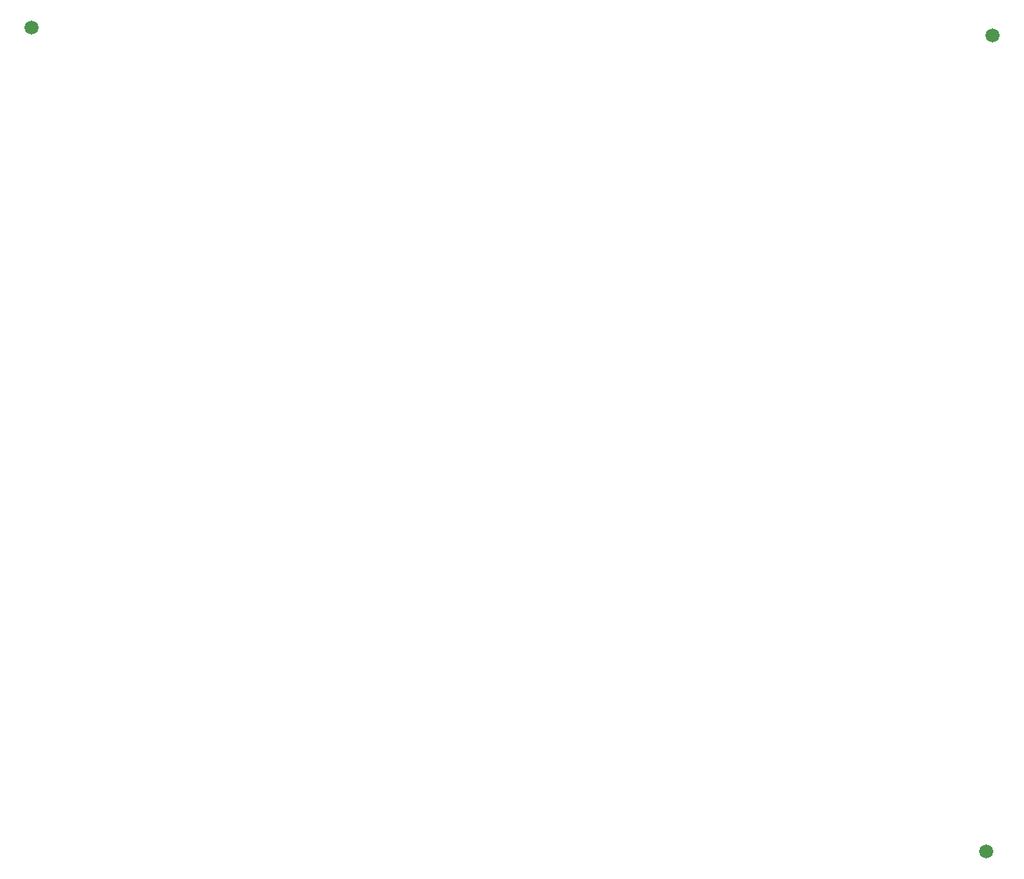
<source format=gbr>
G04 #@! TF.GenerationSoftware,KiCad,Pcbnew,7.0.2-1.fc37*
G04 #@! TF.CreationDate,2023-07-20T12:52:38+02:00*
G04 #@! TF.ProjectId,office_amp,6f666669-6365-45f6-916d-702e6b696361,V1.3*
G04 #@! TF.SameCoordinates,Original*
G04 #@! TF.FileFunction,Other,ECO1*
%FSLAX46Y46*%
G04 Gerber Fmt 4.6, Leading zero omitted, Abs format (unit mm)*
G04 Created by KiCad (PCBNEW 7.0.2-1.fc37) date 2023-07-20 12:52:38*
%MOMM*%
%LPD*%
G01*
G04 APERTURE LIST*
%ADD10C,1.500000*%
G04 APERTURE END LIST*
D10*
G04 #@! TO.C,FID1*
X97800000Y-62000000D03*
G04 #@! TD*
G04 #@! TO.C,FID2*
X201100000Y-62800000D03*
G04 #@! TD*
G04 #@! TO.C,FID3*
X200400000Y-150500000D03*
G04 #@! TD*
M02*

</source>
